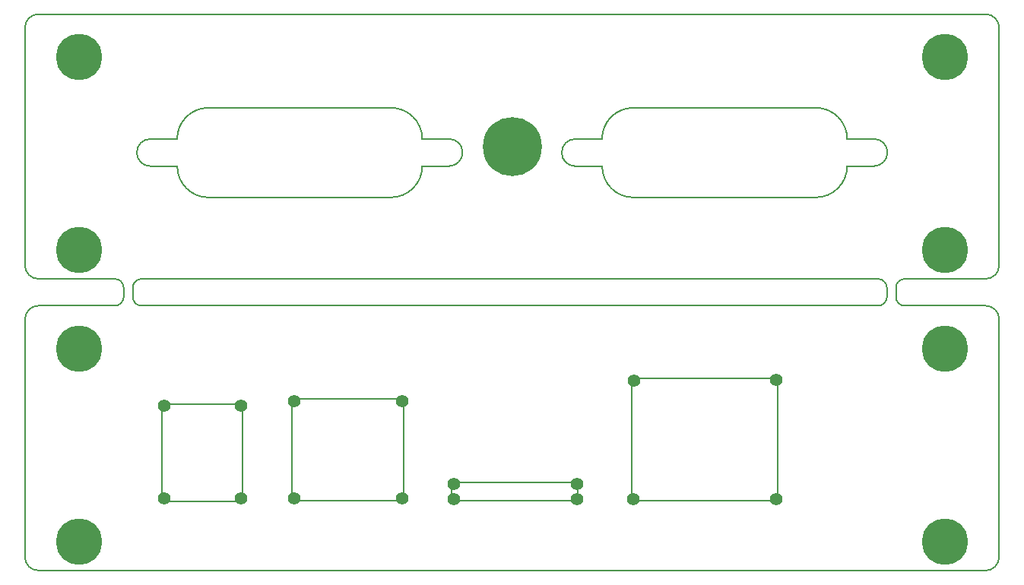
<source format=gbr>
%FSLAX36Y36*%
%MOMM*%
G04 EasyPC Gerber Version 18.0.8 Build 3632 *
%ADD11C,0.12700*%
%ADD83C,1.41000*%
%ADD13C,5.16000*%
%ADD86C,6.57000*%
X0Y0D02*
D02*
D11*
X41512700Y97411500D02*
G75*
G03X40012700Y95911500J-1500000D01*
G01*
Y69411500*
G75*
G03X41512700Y67911500I1500000*
G01*
X50012700*
G75*
G02X51012700Y66911500J-1000000*
G01*
Y65911500*
G75*
G02X50012700Y64911500I-1000000*
G01*
X41512700*
G75*
G03X40012700Y63411500J-1500000*
G01*
Y36911500*
G75*
G03X41512700Y35411500I1500000*
G01*
X147012700*
G75*
G03X148512700Y36911500J1500000*
G01*
Y63411500*
G75*
G03X147012700Y64911500I-1500000*
G01*
X138012700*
G75*
G02X137012700Y65911500J1000000*
G01*
Y66911500*
G75*
G02X138012700Y67911500I1000000*
G01*
X147012700*
G75*
G03X148512700Y69411500J1500000*
G01*
Y95911500*
G75*
G03X147012700Y97411500I-1500000*
G01*
X41512700*
X53012700Y67911500D02*
G75*
G03X52012700Y66911500J-1000000D01*
G01*
Y65911500*
G75*
G03X53012700Y64911500I1000000*
G01*
X135012700*
G75*
G03X136012700Y65911500J1000000*
G01*
Y66911500*
G75*
G03X135012700Y67911500I-1000000*
G01*
X53012700*
X55762700Y53911500D02*
G75*
G03X55262700Y53411500J-500000D01*
G01*
Y43511500*
G75*
G03X55662700Y43111500I400000*
G01*
X63862700*
G75*
G03X64262700Y43511500J400000*
G01*
Y53411500*
G75*
G03X63762700Y53911500I-500000*
G01*
X55762700*
X60441700Y86976500D02*
G75*
G03X56957300Y83492100J-3484400D01*
G01*
X53962700*
G75*
G03X52474700Y82004100J-1488000*
G01*
Y81954500*
G75*
G03X53956500Y80472700I1481800*
G01*
X56975900*
Y80460300*
G75*
G03X60447900Y76988300I3472000*
G01*
X80765300*
G75*
G03X84262100Y80485100J3496800*
G01*
X87269100*
G75*
G03X88750900Y81966900J1481800*
G01*
Y82022700*
G75*
G03X87275300Y83498300I-1475600*
G01*
X84262100*
G75*
G03X80783900Y86976500I-3478200*
G01*
X60441700*
X70262700Y54511500D02*
G75*
G03X69762700Y54011500J-500000D01*
G01*
Y43711500*
G75*
G03X70262700Y43211500I500000*
G01*
X81712700*
G75*
G03X82212700Y43711500J500000*
G01*
Y54011500*
G75*
G03X81712700Y54511500I-500000*
G01*
X70262700*
X88062700Y45211500D02*
G75*
G03X87562700Y44711500J-500000D01*
G01*
Y43711500*
G75*
G03X88062700Y43211500I500000*
G01*
X101112700*
G75*
G03X101612700Y43711500J500000*
G01*
Y44711500*
G75*
G03X101112700Y45211500I-500000*
G01*
X88062700*
X107762700Y86976500D02*
G75*
G03X104278300Y83492100J-3484400D01*
G01*
X101283700*
G75*
G03X99795700Y82004100J-1488000*
G01*
Y81954500*
G75*
G03X101277500Y80472700I1481800*
G01*
X104296900*
Y80460300*
G75*
G03X107768900Y76988300I3472000*
G01*
X128086300*
G75*
G03X131583100Y80485100J3496800*
G01*
X134590100*
G75*
G03X136071900Y81966900J1481800*
G01*
Y82022700*
G75*
G03X134596300Y83498300I-1475600*
G01*
X131583100*
G75*
G03X128104900Y86976500I-3478200*
G01*
X107762700*
X108062700Y56811500D02*
G75*
G03X107562700Y56311500J-500000D01*
G01*
Y43711500*
G75*
G03X108062700Y43211500I500000*
G01*
X123312700*
G75*
G03X123812700Y43711500J500000*
G01*
Y56311500*
G75*
G03X123312700Y56811500I-500000*
G01*
X108062700*
D02*
D13*
X46012700Y38661500D03*
Y60161500D03*
Y71161500D03*
Y92661500D03*
X142512700Y38661500D03*
Y60161500D03*
Y71161500D03*
Y92661500D03*
D02*
D83*
X55512700Y43411500D03*
Y53811500D03*
X64112700Y43411500D03*
Y53811500D03*
X70012700Y43411500D03*
Y54311500D03*
X82062700Y43411500D03*
Y54311500D03*
X87800200Y43374000D03*
Y45061500D03*
X101500200Y43361500D03*
Y45024000D03*
X107775200Y43374000D03*
X107812700Y56586500D03*
X123675200Y43374000D03*
X123687700Y56636500D03*
D02*
D86*
X94262700Y82661500D03*
X0Y0D02*
M02*

</source>
